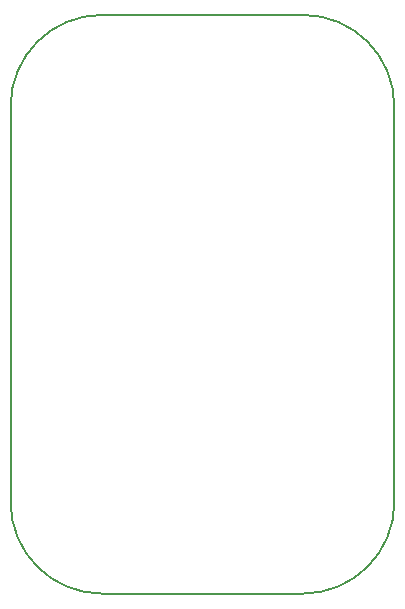
<source format=gbr>
G04 #@! TF.FileFunction,Profile,NP*
%FSLAX46Y46*%
G04 Gerber Fmt 4.6, Leading zero omitted, Abs format (unit mm)*
G04 Created by KiCad (PCBNEW (2015-11-17 BZR 6321)-product) date Thu 03 Dec 2015 08:01:09 PM EST*
%MOMM*%
G01*
G04 APERTURE LIST*
%ADD10C,0.100000*%
%ADD11C,0.150000*%
G04 APERTURE END LIST*
D10*
D11*
X98950000Y-113500000D02*
X81950000Y-113500000D01*
X81900000Y-64500000D02*
X99000000Y-64500000D01*
X106700000Y-105750000D02*
X106700000Y-72250000D01*
X74200000Y-72250000D02*
X74200000Y-105750000D01*
X106700000Y-72250000D02*
G75*
G03X98950000Y-64500000I-7750000J0D01*
G01*
X81950000Y-64500000D02*
G75*
G03X74200000Y-72250000I0J-7750000D01*
G01*
X74200000Y-105750000D02*
G75*
G03X81950000Y-113500000I7750000J0D01*
G01*
X98950000Y-113500000D02*
G75*
G03X106700000Y-105750000I0J7750000D01*
G01*
M02*

</source>
